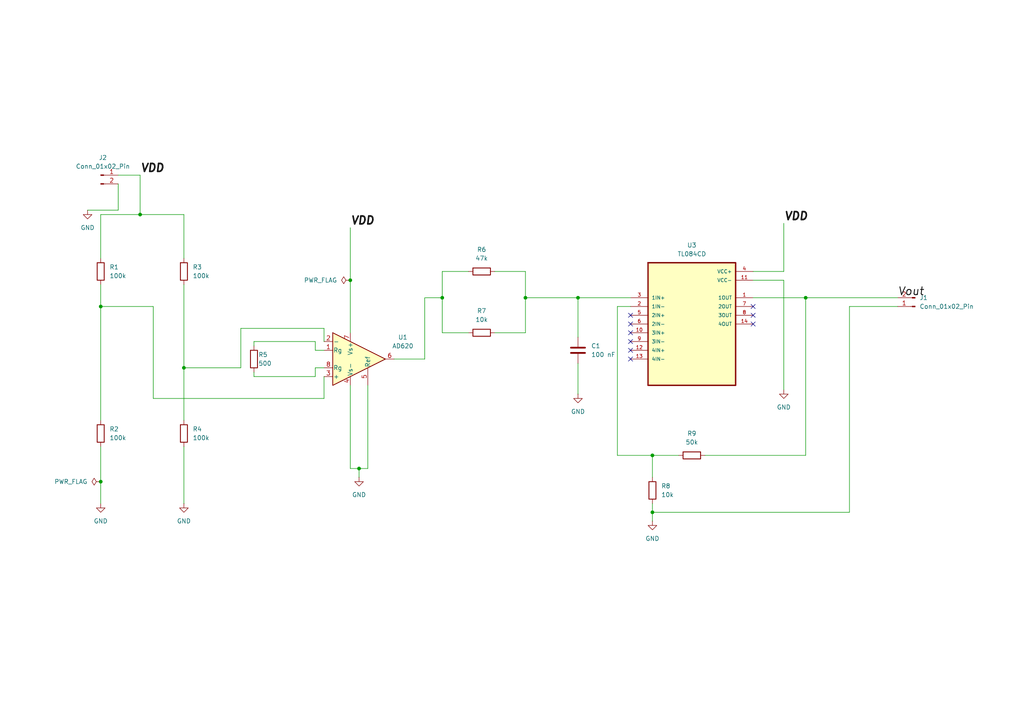
<source format=kicad_sch>
(kicad_sch (version 20231120) (generator "eeschema") (generator_version "8.0")
  (paper "A4")
  (title_block (title "Active Low Pass Filter with IN-AMP") (date "2024-08-22") (rev "1") (company "Instituite of Radio Physics & Electronics; Calcutta University") (comment 1 "Circuit Diagram"))
  (lib_symbols
    (symbol "Amplifier_Instrumentation:AD620" (pin_names (offset 0.127))
      (property "Reference" "U" (at 3.81 7.62 0))
      (property "Value" "AD620" (at 5.08 5.08 0))
      (symbol "AD620_0_1"
        (polyline (pts (xy -7.62 7.62) (xy -7.62 -7.62) (xy 7.62 0) (xy -7.62 7.62)) (stroke (width 0.254)) (fill (type background)))
      )
      (symbol "AD620_1_1"
        (pin passive line (at -10.16 2.54 0) (length 2.54) (name "Rg") (number "1"))
        (pin input line (at -10.16 5.08 0) (length 2.54) (name "-") (number "2"))
        (pin input line (at -10.16 -5.08 0) (length 2.54) (name "+") (number "3"))
        (pin power_in line (at -2.54 -7.62 90) (length 2.54) (name "Vs-") (number "4"))
        (pin passive line (at 2.54 -7.62 90) (length 5.08) (name "Ref") (number "5"))
        (pin output line (at 10.16 0 180) (length 2.54) (name "~") (number "6"))
        (pin power_in line (at -2.54 7.62 270) (length 2.54) (name "Vs+") (number "7"))
        (pin passive line (at -10.16 -2.54 0) (length 2.54) (name "Rg") (number "8"))
      )
    )
    (symbol "Connector:Conn_01x02_Pin" (pin_names (offset 1.016) hide)
      (property "Reference" "J" (at 0 2.54 0))
      (property "Value" "Conn_01x02_Pin" (at 0 -5.08 0))
      (symbol "Conn_01x02_Pin_1_1"
        (polyline (pts (xy 1.27 -2.54) (xy 0.8636 -2.54)) (stroke (width 0.1524)))
        (polyline (pts (xy 1.27 0) (xy 0.8636 0)) (stroke (width 0.1524)))
        (rectangle (start 0.8636 -2.413) (end 0 -2.667) (stroke (width 0.1524)) (fill (type outline)))
        (rectangle (start 0.8636 0.127) (end 0 -0.127) (stroke (width 0.1524)) (fill (type outline)))
        (pin passive line (at 5.08 0 180) (length 3.81) (name "Pin_1") (number "1"))
        (pin passive line (at 5.08 -2.54 180) (length 3.81) (name "Pin_2") (number "2"))
      )
    )
    (symbol "Device:C" (pin_numbers hide) (pin_names (offset 0.254))
      (property "Reference" "C" (at 0.635 2.54 0))
      (property "Value" "C" (at 0.635 -2.54 0))
      (symbol "C_0_1"
        (polyline (pts (xy -2.032 -0.762) (xy 2.032 -0.762)) (stroke (width 0.508)))
        (polyline (pts (xy -2.032 0.762) (xy 2.032 0.762)) (stroke (width 0.508)))
      )
      (symbol "C_1_1"
        (pin passive line (at 0 3.81 270) (length 2.794) (name "~") (number "1"))
        (pin passive line (at 0 -3.81 90) (length 2.794) (name "~") (number "2"))
      )
    )
    (symbol "Device:R" (pin_numbers hide) (pin_names (offset 0))
      (property "Reference" "R" (at 2.032 0 90))
      (property "Value" "R" (at 0 0 90))
      (symbol "R_0_1"
        (rectangle (start -1.016 -2.54) (end 1.016 2.54) (stroke (width 0.254)))
      )
      (symbol "R_1_1"
        (pin passive line (at 0 3.81 270) (length 1.27) (name "~") (number "1"))
        (pin passive line (at 0 -3.81 90) (length 1.27) (name "~") (number "2"))
      )
    )
    (symbol "TL084CD:TL084CD" (pin_names (offset 1.016))
      (property "Reference" "U" (at -12.7 18.78 0))
      (property "Value" "TL084CD" (at -12.7 -21.78 0))
      (symbol "TL084CD_0_0"
        (rectangle (start -12.7 -17.78) (end 12.7 17.78) (stroke (width 0.41)) (fill (type background)))
        (pin output line (at 17.78 7.62 180) (length 5.08) (name "1OUT") (number "1"))
        (pin input line (at -17.78 -2.54 0) (length 5.08) (name "3IN+") (number "10"))
        (pin power_in line (at 17.78 12.7 180) (length 5.08) (name "VCC-") (number "11"))
        (pin input line (at -17.78 -7.62 0) (length 5.08) (name "4IN+") (number "12"))
        (pin input line (at -17.78 -10.16 0) (length 5.08) (name "4IN-") (number "13"))
        (pin output line (at 17.78 0 180) (length 5.08) (name "4OUT") (number "14"))
        (pin input line (at -17.78 5.08 0) (length 5.08) (name "1IN-") (number "2"))
        (pin input line (at -17.78 7.62 0) (length 5.08) (name "1IN+") (number "3"))
        (pin power_in line (at 17.78 15.24 180) (length 5.08) (name "VCC+") (number "4"))
        (pin input line (at -17.78 2.54 0) (length 5.08) (name "2IN+") (number "5"))
        (pin input line (at -17.78 0 0) (length 5.08) (name "2IN-") (number "6"))
        (pin output line (at 17.78 5.08 180) (length 5.08) (name "2OUT") (number "7"))
        (pin output line (at 17.78 2.54 180) (length 5.08) (name "3OUT") (number "8"))
        (pin input line (at -17.78 -5.08 0) (length 5.08) (name "3IN-") (number "9"))
      )
    )
    (symbol "power:GND" (power) (pin_numbers hide) (pin_names (offset 0) hide)
      (property "Value" "GND" (at 0 -3.81 0))
      (symbol "GND_0_1"
        (polyline (pts (xy 0 0) (xy 0 -1.27) (xy 1.27 -1.27) (xy 0 -2.54) (xy -1.27 -1.27) (xy 0 -1.27)))
      )
      (symbol "GND_1_1"
        (pin power_in line (at 0 0 270) (length 0) (name "~") (number "1"))
      )
    )
    (symbol "power:PWR_FLAG" (power) (pin_numbers hide) (pin_names (offset 0) hide)
      (property "Value" "PWR_FLAG" (at 0 3.81 0))
      (symbol "PWR_FLAG_0_0"
        (pin power_out line (at 0 0 90) (length 0) (name "~") (number "1"))
      )
      (symbol "PWR_FLAG_0_1"
        (polyline (pts (xy 0 0) (xy 0 1.27) (xy -1.016 1.905) (xy 0 2.54) (xy 1.016 1.905) (xy 0 1.27)))
      )
    )
  )
  (junction (at 233.68 86.36))
  (junction (at 128.27 86.36))
  (junction (at 189.23 148.59))
  (junction (at 53.34 106.68))
  (junction (at 189.23 132.08))
  (junction (at 29.21 139.7))
  (junction (at 104.14 135.89))
  (junction (at 167.64 86.36))
  (junction (at 101.6 81.28))
  (junction (at 40.64 62.23))
  (junction (at 152.4 86.36))
  (junction (at 29.21 88.9))
  (no_connect (at 182.88 91.44))
  (no_connect (at 182.88 99.06))
  (no_connect (at 182.88 96.52))
  (no_connect (at 218.44 88.9))
  (no_connect (at 182.88 101.6))
  (no_connect (at 218.44 91.44))
  (no_connect (at 182.88 93.98))
  (no_connect (at 182.88 104.14))
  (no_connect (at 218.44 93.98))
  (wire (pts (xy 128.27 96.52) (xy 135.89 96.52)))
  (wire (pts (xy 233.68 86.36) (xy 233.68 132.08)))
  (wire (pts (xy 29.21 129.54) (xy 29.21 139.7)))
  (wire (pts (xy 93.98 95.25) (xy 93.98 99.06)))
  (wire (pts (xy 29.21 139.7) (xy 29.21 146.05)))
  (wire (pts (xy 101.6 111.76) (xy 101.6 135.89)))
  (wire (pts (xy 152.4 86.36) (xy 167.64 86.36)))
  (wire (pts (xy 128.27 78.74) (xy 128.27 86.36)))
  (wire (pts (xy 227.33 81.28) (xy 227.33 113.03)))
  (wire (pts (xy 167.64 86.36) (xy 182.88 86.36)))
  (wire (pts (xy 53.34 106.68) (xy 69.85 106.68)))
  (wire (pts (xy 91.44 109.22) (xy 91.44 106.68)))
  (wire (pts (xy 143.51 78.74) (xy 152.4 78.74)))
  (wire (pts (xy 182.88 88.9) (xy 179.07 88.9)))
  (wire (pts (xy 73.66 99.06) (xy 91.44 99.06)))
  (wire (pts (xy 246.38 88.9) (xy 246.38 148.59)))
  (wire (pts (xy 218.44 86.36) (xy 233.68 86.36)))
  (wire (pts (xy 44.45 88.9) (xy 44.45 115.57)))
  (wire (pts (xy 179.07 132.08) (xy 189.23 132.08)))
  (wire (pts (xy 53.34 106.68) (xy 53.34 121.92)))
  (wire (pts (xy 101.6 135.89) (xy 104.14 135.89)))
  (wire (pts (xy 167.64 105.41) (xy 167.64 114.3)))
  (wire (pts (xy 123.19 86.36) (xy 128.27 86.36)))
  (wire (pts (xy 69.85 106.68) (xy 69.85 95.25)))
  (wire (pts (xy 93.98 115.57) (xy 93.98 109.22)))
  (wire (pts (xy 40.64 62.23) (xy 53.34 62.23)))
  (wire (pts (xy 91.44 99.06) (xy 91.44 101.6)))
  (wire (pts (xy 227.33 81.28) (xy 218.44 81.28)))
  (wire (pts (xy 189.23 146.05) (xy 189.23 148.59)))
  (wire (pts (xy 34.29 60.96) (xy 25.4 60.96)))
  (wire (pts (xy 167.64 86.36) (xy 167.64 97.79)))
  (wire (pts (xy 246.38 88.9) (xy 260.35 88.9)))
  (wire (pts (xy 29.21 62.23) (xy 29.21 74.93)))
  (wire (pts (xy 128.27 86.36) (xy 128.27 96.52)))
  (wire (pts (xy 218.44 78.74) (xy 227.33 78.74)))
  (wire (pts (xy 196.85 132.08) (xy 189.23 132.08)))
  (wire (pts (xy 29.21 62.23) (xy 40.64 62.23)))
  (wire (pts (xy 101.6 81.28) (xy 101.6 96.52)))
  (wire (pts (xy 152.4 96.52) (xy 143.51 96.52)))
  (wire (pts (xy 29.21 88.9) (xy 29.21 121.92)))
  (wire (pts (xy 104.14 135.89) (xy 104.14 138.43)))
  (wire (pts (xy 179.07 88.9) (xy 179.07 132.08)))
  (wire (pts (xy 233.68 132.08) (xy 204.47 132.08)))
  (wire (pts (xy 40.64 50.8) (xy 34.29 50.8)))
  (wire (pts (xy 104.14 135.89) (xy 106.68 135.89)))
  (wire (pts (xy 227.33 64.77) (xy 227.33 78.74)))
  (wire (pts (xy 73.66 100.33) (xy 73.66 99.06)))
  (wire (pts (xy 189.23 148.59) (xy 246.38 148.59)))
  (wire (pts (xy 29.21 88.9) (xy 44.45 88.9)))
  (wire (pts (xy 69.85 95.25) (xy 93.98 95.25)))
  (wire (pts (xy 91.44 106.68) (xy 93.98 106.68)))
  (wire (pts (xy 152.4 78.74) (xy 152.4 86.36)))
  (wire (pts (xy 34.29 53.34) (xy 34.29 60.96)))
  (wire (pts (xy 123.19 104.14) (xy 123.19 86.36)))
  (wire (pts (xy 152.4 86.36) (xy 152.4 96.52)))
  (wire (pts (xy 53.34 129.54) (xy 53.34 146.05)))
  (wire (pts (xy 91.44 101.6) (xy 93.98 101.6)))
  (wire (pts (xy 101.6 66.04) (xy 101.6 81.28)))
  (wire (pts (xy 29.21 82.55) (xy 29.21 88.9)))
  (wire (pts (xy 53.34 62.23) (xy 53.34 74.93)))
  (wire (pts (xy 73.66 107.95) (xy 73.66 109.22)))
  (wire (pts (xy 40.64 50.8) (xy 40.64 62.23)))
  (wire (pts (xy 189.23 132.08) (xy 189.23 138.43)))
  (wire (pts (xy 189.23 148.59) (xy 189.23 151.13)))
  (wire (pts (xy 106.68 111.76) (xy 106.68 135.89)))
  (wire (pts (xy 73.66 109.22) (xy 91.44 109.22)))
  (wire (pts (xy 135.89 78.74) (xy 128.27 78.74)))
  (wire (pts (xy 233.68 86.36) (xy 260.35 86.36)))
  (wire (pts (xy 44.45 115.57) (xy 93.98 115.57)))
  (wire (pts (xy 114.3 104.14) (xy 123.19 104.14)))
  (wire (pts (xy 53.34 82.55) (xy 53.34 106.68)))
  (label "VDD" (at 101.6 66.04 0) (effects (font (size 2.286 2.286) (bold yes) (italic yes))))
  (label "Vout" (at 260.35 86.36 0) (effects (font (size 2.286 2.286) (thickness 0.254) (bold yes) (italic yes))))
  (label "VDD" (at 40.64 50.8 0) (effects (font (size 2.286 2.286) (bold yes) (italic yes))))
  (label "VDD" (at 227.33 64.77 0) (effects (font (size 2.286 2.286) (bold yes) (italic yes))))
  (symbol (lib_id "Device:R") (at 73.66 104.14 0) (unit 1)
    (property "Reference" "R5" (at 74.93 102.8699 0) (effects (justify left)))
    (property "Value" "500" (at 74.93 105.4099 0) (effects (justify left)))
    (property "Footprint" "Resistor_THT:R_Axial_DIN0411_L9.9mm_D3.6mm_P12.70mm_Horizontal" (effects (hide yes)))
    (property "Description" "Resistor" (effects (hide yes)))
  )
  (symbol (lib_id "Device:R") (at 53.34 78.74 0) (unit 1)
    (property "Reference" "R3" (at 55.88 77.4699 0) (effects (justify left)))
    (property "Value" "100k" (at 55.88 80.0099 0) (effects (justify left)))
    (property "Footprint" "Resistor_THT:R_Axial_DIN0411_L9.9mm_D3.6mm_P12.70mm_Horizontal" (effects (hide yes)))
    (property "Description" "Resistor" (effects (hide yes)))
  )
  (symbol (lib_id "power:GND") (at 227.33 113.03 0) (unit 1)
    (property "Reference" "#PWR04" (effects (hide yes)))
    (property "Value" "GND" (at 227.33 118.11 0))
    (property "Description" "Power symbol creates a global label with name \"GND\" , ground" (effects (hide yes)))
  )
  (symbol (lib_id "power:GND") (at 25.4 60.96 0) (unit 1)
    (property "Reference" "#PWR07" (effects (hide yes)))
    (property "Value" "GND" (at 25.4 66.04 0))
    (property "Description" "Power symbol creates a global label with name \"GND\" , ground" (effects (hide yes)))
  )
  (symbol (lib_id "power:PWR_FLAG") (at 101.6 81.28 90) (unit 1)
    (property "Reference" "#FLG01" (effects (hide yes)))
    (property "Value" "PWR_FLAG" (at 97.79 81.2799 90) (effects (justify left)))
    (property "Description" "Special symbol for telling ERC where power comes from" (effects (hide yes)))
  )
  (symbol (lib_id "power:PWR_FLAG") (at 29.21 139.7 90) (unit 1)
    (property "Reference" "#FLG02" (effects (hide yes)))
    (property "Value" "PWR_FLAG" (at 25.4 139.6999 90) (effects (justify left)))
    (property "Description" "Special symbol for telling ERC where power comes from" (effects (hide yes)))
  )
  (symbol (lib_id "power:GND") (at 53.34 146.05 0) (unit 1)
    (property "Reference" "#PWR02" (effects (hide yes)))
    (property "Value" "GND" (at 53.34 151.13 0))
    (property "Description" "Power symbol creates a global label with name \"GND\" , ground" (effects (hide yes)))
  )
  (symbol (lib_id "Device:R") (at 53.34 125.73 0) (unit 1)
    (property "Reference" "R4" (at 55.88 124.4599 0) (effects (justify left)))
    (property "Value" "100k" (at 55.88 126.9999 0) (effects (justify left)))
    (property "Footprint" "Resistor_THT:R_Axial_DIN0411_L9.9mm_D3.6mm_P12.70mm_Horizontal" (effects (hide yes)))
    (property "Description" "Resistor" (effects (hide yes)))
  )
  (symbol (lib_id "power:GND") (at 104.14 138.43 0) (unit 1)
    (property "Reference" "#PWR05" (effects (hide yes)))
    (property "Value" "GND" (at 104.14 143.51 0))
    (property "Description" "Power symbol creates a global label with name \"GND\" , ground" (effects (hide yes)))
  )
  (symbol (lib_id "Connector:Conn_01x02_Pin") (at 29.21 50.8 0) (unit 1)
    (property "Reference" "J2" (at 29.845 45.72 0))
    (property "Value" "Conn_01x02_Pin" (at 29.845 48.26 0))
    (property "Footprint" "Connector_PinHeader_2.54mm:PinHeader_1x02_P2.54mm_Vertical" (effects (hide yes)))
    (property "Description" "Generic connector, single row, 01x02, script generated" (effects (hide yes)))
  )
  (symbol (lib_id "power:GND") (at 29.21 146.05 0) (unit 1)
    (property "Reference" "#PWR01" (effects (hide yes)))
    (property "Value" "GND" (at 29.21 151.13 0))
    (property "Description" "Power symbol creates a global label with name \"GND\" , ground" (effects (hide yes)))
  )
  (symbol (lib_id "TL084CD:TL084CD") (at 200.66 93.98 0) (unit 1)
    (property "Reference" "U3" (at 200.66 71.12 0))
    (property "Value" "TL084CD" (at 200.66 73.66 0))
    (property "Footprint" "TL084CD:SOIC127P600X175-14N" (effects (hide yes)))
    (property "MF" "Texas Instruments" (effects (hide yes)))
    (property "Description_1" "\nQuad, 30-V, 3-MHz, 13-V/µs slew rate, In to V+, JFET-input op amp\n" (effects (hide yes)))
    (property "Package" "SOIC-14 Texas Instruments" (effects (hide yes)))
    (property "Price" "None" (effects (hide yes)))
    (property "SnapEDA_Link" "https://www.snapeda.com/parts/TL084CD/Texas+Instruments/view-part/?ref=snap" (effects (hide yes)))
    (property "MP" "TL084CD" (effects (hide yes)))
    (property "Availability" "In Stock" (effects (hide yes)))
    (property "Check_prices" "https://www.snapeda.com/parts/TL084CD/Texas+Instruments/view-part/?ref=eda" (effects (hide yes)))
  )
  (symbol (lib_id "Device:R") (at 29.21 125.73 0) (unit 1)
    (property "Reference" "R2" (at 31.75 124.4599 0) (effects (justify left)))
    (property "Value" "100k" (at 31.75 126.9999 0) (effects (justify left)))
    (property "Footprint" "Resistor_THT:R_Axial_DIN0411_L9.9mm_D3.6mm_P12.70mm_Horizontal" (effects (hide yes)))
    (property "Description" "Resistor" (effects (hide yes)))
  )
  (symbol (lib_id "Device:R") (at 200.66 132.08 90) (unit 1)
    (property "Reference" "R9" (at 200.66 125.73 90))
    (property "Value" "50k" (at 200.66 128.27 90))
    (property "Footprint" "Resistor_THT:R_Axial_DIN0411_L9.9mm_D3.6mm_P12.70mm_Horizontal" (effects (hide yes)))
    (property "Description" "Resistor" (effects (hide yes)))
  )
  (symbol (lib_id "Connector:Conn_01x02_Pin") (at 265.43 88.9 180) (unit 1)
    (property "Reference" "J1" (at 266.7 86.3599 0) (effects (justify right)))
    (property "Value" "Conn_01x02_Pin" (at 266.7 88.8999 0) (effects (justify right)))
    (property "Footprint" "Connector_PinHeader_2.54mm:PinHeader_1x02_P2.54mm_Vertical" (effects (hide yes)))
    (property "Description" "Generic connector, single row, 01x02, script generated" (effects (hide yes)))
  )
  (symbol (lib_id "Device:R") (at 189.23 142.24 0) (unit 1)
    (property "Reference" "R8" (at 191.77 140.9699 0) (effects (justify left)))
    (property "Value" "10k" (at 191.77 143.5099 0) (effects (justify left)))
    (property "Footprint" "Resistor_THT:R_Axial_DIN0411_L9.9mm_D3.6mm_P12.70mm_Horizontal" (effects (hide yes)))
    (property "Description" "Resistor" (effects (hide yes)))
  )
  (symbol (lib_id "power:GND") (at 189.23 151.13 0) (unit 1)
    (property "Reference" "#PWR06" (effects (hide yes)))
    (property "Value" "GND" (at 189.23 156.21 0))
    (property "Description" "Power symbol creates a global label with name \"GND\" , ground" (effects (hide yes)))
  )
  (symbol (lib_id "Device:C") (at 167.64 101.6 0) (unit 1)
    (property "Reference" "C1" (at 171.45 100.3299 0) (effects (justify left)))
    (property "Value" "100 nF" (at 171.45 102.8699 0) (effects (justify left)))
    (property "Footprint" "Capacitor_THT:C_Disc_D3.0mm_W1.6mm_P2.50mm" (effects (hide yes)))
    (property "Description" "Unpolarized capacitor" (effects (hide yes)))
  )
  (symbol (lib_id "Device:R") (at 139.7 78.74 90) (unit 1)
    (property "Reference" "R6" (at 139.7 72.39 90))
    (property "Value" "47k" (at 139.7 74.93 90))
    (property "Footprint" "Resistor_THT:R_Axial_DIN0411_L9.9mm_D3.6mm_P12.70mm_Horizontal" (effects (hide yes)))
    (property "Description" "Resistor" (effects (hide yes)))
  )
  (symbol (lib_id "Device:R") (at 139.7 96.52 90) (unit 1)
    (property "Reference" "R7" (at 139.7 90.17 90))
    (property "Value" "10k" (at 139.7 92.71 90))
    (property "Footprint" "Resistor_THT:R_Axial_DIN0411_L9.9mm_D3.6mm_P12.70mm_Horizontal" (effects (hide yes)))
    (property "Description" "Resistor" (effects (hide yes)))
  )
  (symbol (lib_id "Device:R") (at 29.21 78.74 0) (unit 1)
    (property "Reference" "R1" (at 31.75 77.4699 0) (effects (justify left)))
    (property "Value" "100k" (at 31.75 80.0099 0) (effects (justify left)))
    (property "Footprint" "Resistor_THT:R_Axial_DIN0411_L9.9mm_D3.6mm_P12.70mm_Horizontal" (effects (hide yes)))
    (property "Description" "Resistor" (effects (hide yes)))
  )
  (symbol (lib_id "Amplifier_Instrumentation:AD620") (at 104.14 104.14 0) (unit 1)
    (property "Reference" "U1" (at 116.84 97.8214 0))
    (property "Value" "AD620" (at 116.84 100.3614 0))
    (property "Footprint" "AD620AN:DIP787W46P254L1016H533Q8" (effects (hide yes)))
    (property "Datasheet" "https://www.analog.com/media/en/technical-documentation/data-sheets/AD620.pdf" (effects (hide yes)))
    (property "Description" "Low Cost, Low Power, Instrumentation Amplifier, DIP-8/SOIC-8" (effects (hide yes)))
  )
  (symbol (lib_id "power:GND") (at 167.64 114.3 0) (unit 1)
    (property "Reference" "#PWR03" (effects (hide yes)))
    (property "Value" "GND" (at 167.64 119.38 0))
    (property "Description" "Power symbol creates a global label with name \"GND\" , ground" (effects (hide yes)))
  )
)
</source>
